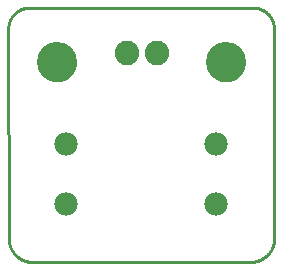
<source format=gbs>
G75*
%MOIN*%
%OFA0B0*%
%FSLAX25Y25*%
%IPPOS*%
%LPD*%
%AMOC8*
5,1,8,0,0,1.08239X$1,22.5*
%
%ADD10C,0.00000*%
%ADD11C,0.13398*%
%ADD12C,0.01000*%
%ADD13C,0.07800*%
%ADD14C,0.08200*%
%ADD15C,0.03778*%
D10*
X0011443Y0068035D02*
X0011445Y0068193D01*
X0011451Y0068351D01*
X0011461Y0068509D01*
X0011475Y0068667D01*
X0011493Y0068824D01*
X0011514Y0068981D01*
X0011540Y0069137D01*
X0011570Y0069293D01*
X0011603Y0069448D01*
X0011641Y0069601D01*
X0011682Y0069754D01*
X0011727Y0069906D01*
X0011776Y0070057D01*
X0011829Y0070206D01*
X0011885Y0070354D01*
X0011945Y0070500D01*
X0012009Y0070645D01*
X0012077Y0070788D01*
X0012148Y0070930D01*
X0012222Y0071070D01*
X0012300Y0071207D01*
X0012382Y0071343D01*
X0012466Y0071477D01*
X0012555Y0071608D01*
X0012646Y0071737D01*
X0012741Y0071864D01*
X0012838Y0071989D01*
X0012939Y0072111D01*
X0013043Y0072230D01*
X0013150Y0072347D01*
X0013260Y0072461D01*
X0013373Y0072572D01*
X0013488Y0072681D01*
X0013606Y0072786D01*
X0013727Y0072888D01*
X0013850Y0072988D01*
X0013976Y0073084D01*
X0014104Y0073177D01*
X0014234Y0073267D01*
X0014367Y0073353D01*
X0014502Y0073437D01*
X0014638Y0073516D01*
X0014777Y0073593D01*
X0014918Y0073665D01*
X0015060Y0073735D01*
X0015204Y0073800D01*
X0015350Y0073862D01*
X0015497Y0073920D01*
X0015646Y0073975D01*
X0015796Y0074026D01*
X0015947Y0074073D01*
X0016099Y0074116D01*
X0016252Y0074155D01*
X0016407Y0074191D01*
X0016562Y0074222D01*
X0016718Y0074250D01*
X0016874Y0074274D01*
X0017031Y0074294D01*
X0017189Y0074310D01*
X0017346Y0074322D01*
X0017505Y0074330D01*
X0017663Y0074334D01*
X0017821Y0074334D01*
X0017979Y0074330D01*
X0018138Y0074322D01*
X0018295Y0074310D01*
X0018453Y0074294D01*
X0018610Y0074274D01*
X0018766Y0074250D01*
X0018922Y0074222D01*
X0019077Y0074191D01*
X0019232Y0074155D01*
X0019385Y0074116D01*
X0019537Y0074073D01*
X0019688Y0074026D01*
X0019838Y0073975D01*
X0019987Y0073920D01*
X0020134Y0073862D01*
X0020280Y0073800D01*
X0020424Y0073735D01*
X0020566Y0073665D01*
X0020707Y0073593D01*
X0020846Y0073516D01*
X0020982Y0073437D01*
X0021117Y0073353D01*
X0021250Y0073267D01*
X0021380Y0073177D01*
X0021508Y0073084D01*
X0021634Y0072988D01*
X0021757Y0072888D01*
X0021878Y0072786D01*
X0021996Y0072681D01*
X0022111Y0072572D01*
X0022224Y0072461D01*
X0022334Y0072347D01*
X0022441Y0072230D01*
X0022545Y0072111D01*
X0022646Y0071989D01*
X0022743Y0071864D01*
X0022838Y0071737D01*
X0022929Y0071608D01*
X0023018Y0071477D01*
X0023102Y0071343D01*
X0023184Y0071207D01*
X0023262Y0071070D01*
X0023336Y0070930D01*
X0023407Y0070788D01*
X0023475Y0070645D01*
X0023539Y0070500D01*
X0023599Y0070354D01*
X0023655Y0070206D01*
X0023708Y0070057D01*
X0023757Y0069906D01*
X0023802Y0069754D01*
X0023843Y0069601D01*
X0023881Y0069448D01*
X0023914Y0069293D01*
X0023944Y0069137D01*
X0023970Y0068981D01*
X0023991Y0068824D01*
X0024009Y0068667D01*
X0024023Y0068509D01*
X0024033Y0068351D01*
X0024039Y0068193D01*
X0024041Y0068035D01*
X0024039Y0067877D01*
X0024033Y0067719D01*
X0024023Y0067561D01*
X0024009Y0067403D01*
X0023991Y0067246D01*
X0023970Y0067089D01*
X0023944Y0066933D01*
X0023914Y0066777D01*
X0023881Y0066622D01*
X0023843Y0066469D01*
X0023802Y0066316D01*
X0023757Y0066164D01*
X0023708Y0066013D01*
X0023655Y0065864D01*
X0023599Y0065716D01*
X0023539Y0065570D01*
X0023475Y0065425D01*
X0023407Y0065282D01*
X0023336Y0065140D01*
X0023262Y0065000D01*
X0023184Y0064863D01*
X0023102Y0064727D01*
X0023018Y0064593D01*
X0022929Y0064462D01*
X0022838Y0064333D01*
X0022743Y0064206D01*
X0022646Y0064081D01*
X0022545Y0063959D01*
X0022441Y0063840D01*
X0022334Y0063723D01*
X0022224Y0063609D01*
X0022111Y0063498D01*
X0021996Y0063389D01*
X0021878Y0063284D01*
X0021757Y0063182D01*
X0021634Y0063082D01*
X0021508Y0062986D01*
X0021380Y0062893D01*
X0021250Y0062803D01*
X0021117Y0062717D01*
X0020982Y0062633D01*
X0020846Y0062554D01*
X0020707Y0062477D01*
X0020566Y0062405D01*
X0020424Y0062335D01*
X0020280Y0062270D01*
X0020134Y0062208D01*
X0019987Y0062150D01*
X0019838Y0062095D01*
X0019688Y0062044D01*
X0019537Y0061997D01*
X0019385Y0061954D01*
X0019232Y0061915D01*
X0019077Y0061879D01*
X0018922Y0061848D01*
X0018766Y0061820D01*
X0018610Y0061796D01*
X0018453Y0061776D01*
X0018295Y0061760D01*
X0018138Y0061748D01*
X0017979Y0061740D01*
X0017821Y0061736D01*
X0017663Y0061736D01*
X0017505Y0061740D01*
X0017346Y0061748D01*
X0017189Y0061760D01*
X0017031Y0061776D01*
X0016874Y0061796D01*
X0016718Y0061820D01*
X0016562Y0061848D01*
X0016407Y0061879D01*
X0016252Y0061915D01*
X0016099Y0061954D01*
X0015947Y0061997D01*
X0015796Y0062044D01*
X0015646Y0062095D01*
X0015497Y0062150D01*
X0015350Y0062208D01*
X0015204Y0062270D01*
X0015060Y0062335D01*
X0014918Y0062405D01*
X0014777Y0062477D01*
X0014638Y0062554D01*
X0014502Y0062633D01*
X0014367Y0062717D01*
X0014234Y0062803D01*
X0014104Y0062893D01*
X0013976Y0062986D01*
X0013850Y0063082D01*
X0013727Y0063182D01*
X0013606Y0063284D01*
X0013488Y0063389D01*
X0013373Y0063498D01*
X0013260Y0063609D01*
X0013150Y0063723D01*
X0013043Y0063840D01*
X0012939Y0063959D01*
X0012838Y0064081D01*
X0012741Y0064206D01*
X0012646Y0064333D01*
X0012555Y0064462D01*
X0012466Y0064593D01*
X0012382Y0064727D01*
X0012300Y0064863D01*
X0012222Y0065000D01*
X0012148Y0065140D01*
X0012077Y0065282D01*
X0012009Y0065425D01*
X0011945Y0065570D01*
X0011885Y0065716D01*
X0011829Y0065864D01*
X0011776Y0066013D01*
X0011727Y0066164D01*
X0011682Y0066316D01*
X0011641Y0066469D01*
X0011603Y0066622D01*
X0011570Y0066777D01*
X0011540Y0066933D01*
X0011514Y0067089D01*
X0011493Y0067246D01*
X0011475Y0067403D01*
X0011461Y0067561D01*
X0011451Y0067719D01*
X0011445Y0067877D01*
X0011443Y0068035D01*
X0067742Y0068035D02*
X0067744Y0068193D01*
X0067750Y0068351D01*
X0067760Y0068509D01*
X0067774Y0068667D01*
X0067792Y0068824D01*
X0067813Y0068981D01*
X0067839Y0069137D01*
X0067869Y0069293D01*
X0067902Y0069448D01*
X0067940Y0069601D01*
X0067981Y0069754D01*
X0068026Y0069906D01*
X0068075Y0070057D01*
X0068128Y0070206D01*
X0068184Y0070354D01*
X0068244Y0070500D01*
X0068308Y0070645D01*
X0068376Y0070788D01*
X0068447Y0070930D01*
X0068521Y0071070D01*
X0068599Y0071207D01*
X0068681Y0071343D01*
X0068765Y0071477D01*
X0068854Y0071608D01*
X0068945Y0071737D01*
X0069040Y0071864D01*
X0069137Y0071989D01*
X0069238Y0072111D01*
X0069342Y0072230D01*
X0069449Y0072347D01*
X0069559Y0072461D01*
X0069672Y0072572D01*
X0069787Y0072681D01*
X0069905Y0072786D01*
X0070026Y0072888D01*
X0070149Y0072988D01*
X0070275Y0073084D01*
X0070403Y0073177D01*
X0070533Y0073267D01*
X0070666Y0073353D01*
X0070801Y0073437D01*
X0070937Y0073516D01*
X0071076Y0073593D01*
X0071217Y0073665D01*
X0071359Y0073735D01*
X0071503Y0073800D01*
X0071649Y0073862D01*
X0071796Y0073920D01*
X0071945Y0073975D01*
X0072095Y0074026D01*
X0072246Y0074073D01*
X0072398Y0074116D01*
X0072551Y0074155D01*
X0072706Y0074191D01*
X0072861Y0074222D01*
X0073017Y0074250D01*
X0073173Y0074274D01*
X0073330Y0074294D01*
X0073488Y0074310D01*
X0073645Y0074322D01*
X0073804Y0074330D01*
X0073962Y0074334D01*
X0074120Y0074334D01*
X0074278Y0074330D01*
X0074437Y0074322D01*
X0074594Y0074310D01*
X0074752Y0074294D01*
X0074909Y0074274D01*
X0075065Y0074250D01*
X0075221Y0074222D01*
X0075376Y0074191D01*
X0075531Y0074155D01*
X0075684Y0074116D01*
X0075836Y0074073D01*
X0075987Y0074026D01*
X0076137Y0073975D01*
X0076286Y0073920D01*
X0076433Y0073862D01*
X0076579Y0073800D01*
X0076723Y0073735D01*
X0076865Y0073665D01*
X0077006Y0073593D01*
X0077145Y0073516D01*
X0077281Y0073437D01*
X0077416Y0073353D01*
X0077549Y0073267D01*
X0077679Y0073177D01*
X0077807Y0073084D01*
X0077933Y0072988D01*
X0078056Y0072888D01*
X0078177Y0072786D01*
X0078295Y0072681D01*
X0078410Y0072572D01*
X0078523Y0072461D01*
X0078633Y0072347D01*
X0078740Y0072230D01*
X0078844Y0072111D01*
X0078945Y0071989D01*
X0079042Y0071864D01*
X0079137Y0071737D01*
X0079228Y0071608D01*
X0079317Y0071477D01*
X0079401Y0071343D01*
X0079483Y0071207D01*
X0079561Y0071070D01*
X0079635Y0070930D01*
X0079706Y0070788D01*
X0079774Y0070645D01*
X0079838Y0070500D01*
X0079898Y0070354D01*
X0079954Y0070206D01*
X0080007Y0070057D01*
X0080056Y0069906D01*
X0080101Y0069754D01*
X0080142Y0069601D01*
X0080180Y0069448D01*
X0080213Y0069293D01*
X0080243Y0069137D01*
X0080269Y0068981D01*
X0080290Y0068824D01*
X0080308Y0068667D01*
X0080322Y0068509D01*
X0080332Y0068351D01*
X0080338Y0068193D01*
X0080340Y0068035D01*
X0080338Y0067877D01*
X0080332Y0067719D01*
X0080322Y0067561D01*
X0080308Y0067403D01*
X0080290Y0067246D01*
X0080269Y0067089D01*
X0080243Y0066933D01*
X0080213Y0066777D01*
X0080180Y0066622D01*
X0080142Y0066469D01*
X0080101Y0066316D01*
X0080056Y0066164D01*
X0080007Y0066013D01*
X0079954Y0065864D01*
X0079898Y0065716D01*
X0079838Y0065570D01*
X0079774Y0065425D01*
X0079706Y0065282D01*
X0079635Y0065140D01*
X0079561Y0065000D01*
X0079483Y0064863D01*
X0079401Y0064727D01*
X0079317Y0064593D01*
X0079228Y0064462D01*
X0079137Y0064333D01*
X0079042Y0064206D01*
X0078945Y0064081D01*
X0078844Y0063959D01*
X0078740Y0063840D01*
X0078633Y0063723D01*
X0078523Y0063609D01*
X0078410Y0063498D01*
X0078295Y0063389D01*
X0078177Y0063284D01*
X0078056Y0063182D01*
X0077933Y0063082D01*
X0077807Y0062986D01*
X0077679Y0062893D01*
X0077549Y0062803D01*
X0077416Y0062717D01*
X0077281Y0062633D01*
X0077145Y0062554D01*
X0077006Y0062477D01*
X0076865Y0062405D01*
X0076723Y0062335D01*
X0076579Y0062270D01*
X0076433Y0062208D01*
X0076286Y0062150D01*
X0076137Y0062095D01*
X0075987Y0062044D01*
X0075836Y0061997D01*
X0075684Y0061954D01*
X0075531Y0061915D01*
X0075376Y0061879D01*
X0075221Y0061848D01*
X0075065Y0061820D01*
X0074909Y0061796D01*
X0074752Y0061776D01*
X0074594Y0061760D01*
X0074437Y0061748D01*
X0074278Y0061740D01*
X0074120Y0061736D01*
X0073962Y0061736D01*
X0073804Y0061740D01*
X0073645Y0061748D01*
X0073488Y0061760D01*
X0073330Y0061776D01*
X0073173Y0061796D01*
X0073017Y0061820D01*
X0072861Y0061848D01*
X0072706Y0061879D01*
X0072551Y0061915D01*
X0072398Y0061954D01*
X0072246Y0061997D01*
X0072095Y0062044D01*
X0071945Y0062095D01*
X0071796Y0062150D01*
X0071649Y0062208D01*
X0071503Y0062270D01*
X0071359Y0062335D01*
X0071217Y0062405D01*
X0071076Y0062477D01*
X0070937Y0062554D01*
X0070801Y0062633D01*
X0070666Y0062717D01*
X0070533Y0062803D01*
X0070403Y0062893D01*
X0070275Y0062986D01*
X0070149Y0063082D01*
X0070026Y0063182D01*
X0069905Y0063284D01*
X0069787Y0063389D01*
X0069672Y0063498D01*
X0069559Y0063609D01*
X0069449Y0063723D01*
X0069342Y0063840D01*
X0069238Y0063959D01*
X0069137Y0064081D01*
X0069040Y0064206D01*
X0068945Y0064333D01*
X0068854Y0064462D01*
X0068765Y0064593D01*
X0068681Y0064727D01*
X0068599Y0064863D01*
X0068521Y0065000D01*
X0068447Y0065140D01*
X0068376Y0065282D01*
X0068308Y0065425D01*
X0068244Y0065570D01*
X0068184Y0065716D01*
X0068128Y0065864D01*
X0068075Y0066013D01*
X0068026Y0066164D01*
X0067981Y0066316D01*
X0067940Y0066469D01*
X0067902Y0066622D01*
X0067869Y0066777D01*
X0067839Y0066933D01*
X0067813Y0067089D01*
X0067792Y0067246D01*
X0067774Y0067403D01*
X0067760Y0067561D01*
X0067750Y0067719D01*
X0067744Y0067877D01*
X0067742Y0068035D01*
D11*
X0074041Y0068035D03*
X0017742Y0068035D03*
D12*
X0001509Y0079268D02*
X0001600Y0009491D01*
X0001603Y0009295D01*
X0001610Y0009099D01*
X0001622Y0008903D01*
X0001639Y0008708D01*
X0001661Y0008513D01*
X0001688Y0008318D01*
X0001719Y0008125D01*
X0001755Y0007932D01*
X0001796Y0007740D01*
X0001842Y0007549D01*
X0001892Y0007360D01*
X0001947Y0007171D01*
X0002006Y0006984D01*
X0002070Y0006799D01*
X0002139Y0006615D01*
X0002212Y0006433D01*
X0002289Y0006252D01*
X0002371Y0006074D01*
X0002457Y0005898D01*
X0002548Y0005724D01*
X0002642Y0005552D01*
X0002741Y0005383D01*
X0002844Y0005216D01*
X0002952Y0005051D01*
X0003063Y0004889D01*
X0003178Y0004731D01*
X0003297Y0004574D01*
X0003419Y0004421D01*
X0003546Y0004271D01*
X0003676Y0004124D01*
X0003809Y0003981D01*
X0003947Y0003840D01*
X0004087Y0003703D01*
X0004231Y0003570D01*
X0004378Y0003440D01*
X0004528Y0003314D01*
X0004681Y0003191D01*
X0004838Y0003073D01*
X0004997Y0002958D01*
X0005158Y0002847D01*
X0005323Y0002740D01*
X0005490Y0002637D01*
X0005660Y0002538D01*
X0005831Y0002444D01*
X0006006Y0002353D01*
X0006182Y0002267D01*
X0006360Y0002186D01*
X0006541Y0002108D01*
X0006723Y0002036D01*
X0006907Y0001967D01*
X0007092Y0001903D01*
X0007280Y0001844D01*
X0007468Y0001790D01*
X0007658Y0001740D01*
X0007849Y0001694D01*
X0008041Y0001654D01*
X0008233Y0001618D01*
X0008427Y0001587D01*
X0008622Y0001560D01*
X0008817Y0001539D01*
X0009012Y0001522D01*
X0009208Y0001510D01*
X0009404Y0001502D01*
X0009600Y0001500D01*
X0082183Y0001500D01*
X0082376Y0001502D01*
X0082570Y0001509D01*
X0082763Y0001521D01*
X0082956Y0001537D01*
X0083148Y0001558D01*
X0083340Y0001584D01*
X0083531Y0001614D01*
X0083721Y0001649D01*
X0083911Y0001689D01*
X0084099Y0001733D01*
X0084286Y0001781D01*
X0084472Y0001835D01*
X0084657Y0001892D01*
X0084840Y0001954D01*
X0085022Y0002021D01*
X0085202Y0002092D01*
X0085380Y0002167D01*
X0085557Y0002246D01*
X0085731Y0002330D01*
X0085904Y0002418D01*
X0086074Y0002510D01*
X0086242Y0002606D01*
X0086407Y0002706D01*
X0086570Y0002810D01*
X0086731Y0002918D01*
X0086889Y0003030D01*
X0087044Y0003146D01*
X0087196Y0003265D01*
X0087345Y0003388D01*
X0087491Y0003515D01*
X0087635Y0003645D01*
X0087775Y0003779D01*
X0087911Y0003916D01*
X0088045Y0004056D01*
X0088175Y0004199D01*
X0088301Y0004346D01*
X0088424Y0004495D01*
X0088543Y0004647D01*
X0088659Y0004803D01*
X0088770Y0004961D01*
X0088878Y0005121D01*
X0088982Y0005284D01*
X0089082Y0005450D01*
X0089178Y0005618D01*
X0089270Y0005788D01*
X0089358Y0005961D01*
X0089441Y0006135D01*
X0089520Y0006312D01*
X0089595Y0006490D01*
X0089666Y0006670D01*
X0089732Y0006852D01*
X0089794Y0007036D01*
X0089851Y0007220D01*
X0089904Y0007406D01*
X0089953Y0007594D01*
X0089996Y0007782D01*
X0090036Y0007972D01*
X0090070Y0008162D01*
X0090100Y0008353D01*
X0090126Y0008545D01*
X0090147Y0008737D01*
X0090163Y0008930D01*
X0090174Y0009123D01*
X0090181Y0009317D01*
X0090183Y0009510D01*
X0090092Y0079287D01*
X0090092Y0079288D02*
X0090090Y0079459D01*
X0090083Y0079631D01*
X0090072Y0079802D01*
X0090057Y0079973D01*
X0090038Y0080144D01*
X0090015Y0080314D01*
X0089987Y0080483D01*
X0089956Y0080652D01*
X0089920Y0080820D01*
X0089880Y0080987D01*
X0089836Y0081153D01*
X0089788Y0081318D01*
X0089736Y0081481D01*
X0089680Y0081643D01*
X0089620Y0081804D01*
X0089556Y0081964D01*
X0089489Y0082121D01*
X0089417Y0082277D01*
X0089341Y0082431D01*
X0089262Y0082584D01*
X0089179Y0082734D01*
X0089093Y0082882D01*
X0089003Y0083028D01*
X0088909Y0083172D01*
X0088812Y0083314D01*
X0088711Y0083453D01*
X0088607Y0083589D01*
X0088500Y0083723D01*
X0088389Y0083854D01*
X0088275Y0083983D01*
X0088158Y0084109D01*
X0088038Y0084231D01*
X0087915Y0084351D01*
X0087789Y0084468D01*
X0087661Y0084581D01*
X0087529Y0084692D01*
X0087395Y0084799D01*
X0087259Y0084903D01*
X0087119Y0085003D01*
X0086978Y0085100D01*
X0086834Y0085194D01*
X0086688Y0085284D01*
X0086539Y0085370D01*
X0086389Y0085453D01*
X0086236Y0085532D01*
X0086082Y0085607D01*
X0085926Y0085679D01*
X0085768Y0085746D01*
X0085609Y0085810D01*
X0085448Y0085870D01*
X0085286Y0085925D01*
X0085122Y0085977D01*
X0084957Y0086025D01*
X0084791Y0086069D01*
X0084624Y0086108D01*
X0084456Y0086144D01*
X0084287Y0086175D01*
X0084118Y0086202D01*
X0083948Y0086225D01*
X0083777Y0086244D01*
X0083606Y0086259D01*
X0083435Y0086270D01*
X0083263Y0086276D01*
X0083092Y0086278D01*
X0083092Y0086277D02*
X0008509Y0086277D01*
X0008340Y0086275D01*
X0008171Y0086269D01*
X0008002Y0086259D01*
X0007833Y0086244D01*
X0007665Y0086226D01*
X0007497Y0086203D01*
X0007330Y0086177D01*
X0007163Y0086146D01*
X0006997Y0086112D01*
X0006832Y0086073D01*
X0006669Y0086031D01*
X0006506Y0085984D01*
X0006344Y0085934D01*
X0006184Y0085880D01*
X0006025Y0085821D01*
X0005867Y0085759D01*
X0005711Y0085694D01*
X0005557Y0085624D01*
X0005404Y0085551D01*
X0005254Y0085474D01*
X0005105Y0085393D01*
X0004958Y0085309D01*
X0004813Y0085222D01*
X0004670Y0085130D01*
X0004530Y0085036D01*
X0004392Y0084938D01*
X0004256Y0084837D01*
X0004123Y0084732D01*
X0003992Y0084625D01*
X0003864Y0084514D01*
X0003739Y0084400D01*
X0003616Y0084283D01*
X0003497Y0084163D01*
X0003380Y0084041D01*
X0003266Y0083915D01*
X0003156Y0083787D01*
X0003048Y0083656D01*
X0002944Y0083523D01*
X0002843Y0083387D01*
X0002745Y0083249D01*
X0002651Y0083108D01*
X0002560Y0082966D01*
X0002472Y0082821D01*
X0002388Y0082674D01*
X0002308Y0082525D01*
X0002231Y0082374D01*
X0002158Y0082221D01*
X0002089Y0082067D01*
X0002023Y0081910D01*
X0001961Y0081753D01*
X0001904Y0081594D01*
X0001849Y0081433D01*
X0001799Y0081272D01*
X0001753Y0081109D01*
X0001711Y0080945D01*
X0001672Y0080780D01*
X0001638Y0080614D01*
X0001608Y0080448D01*
X0001581Y0080280D01*
X0001559Y0080113D01*
X0001541Y0079944D01*
X0001527Y0079776D01*
X0001517Y0079607D01*
X0001511Y0079437D01*
X0001509Y0079268D01*
D13*
X0020891Y0040909D03*
X0020891Y0020909D03*
X0070891Y0020909D03*
X0070891Y0040909D03*
D14*
X0051104Y0071193D03*
X0041104Y0071193D03*
D15*
X0051091Y0071180D03*
M02*

</source>
